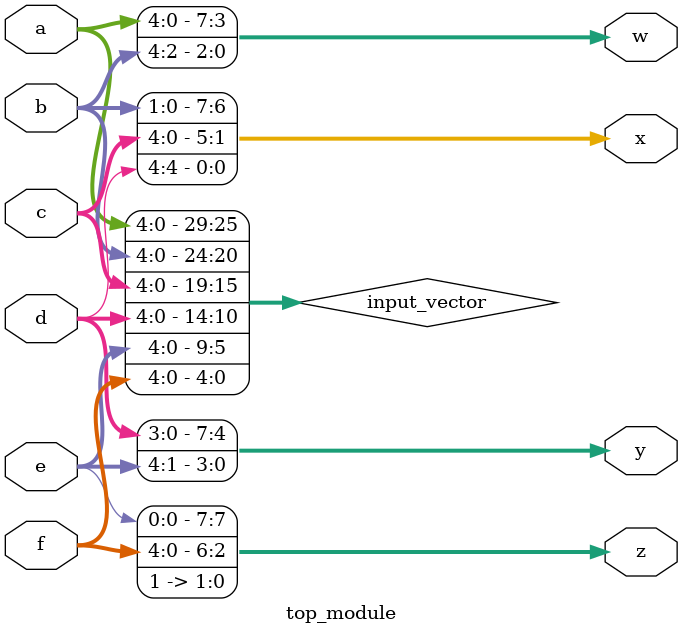
<source format=sv>
module top_module (
	input [4:0] a,
	input [4:0] b,
	input [4:0] c,
	input [4:0] d,
	input [4:0] e,
	input [4:0] f,
	output [7:0] w,
	output [7:0] x,
	output [7:0] y,
	output [7:0] z
);
	
	// Concatenate the input vectors
	reg [29:0] input_vector;
	always @* begin
		input_vector = {a, b, c, d, e, f};
	end
	
	// Split the concatenated input vector into output vectors
	assign {w, x, y, z} = {input_vector, 2'b11};
	
endmodule

</source>
